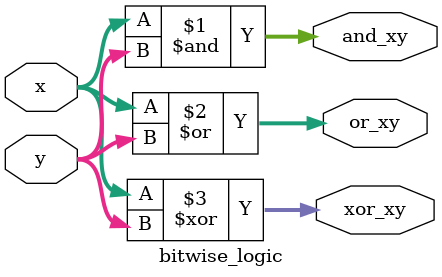
<source format=sv>


module bitwise_logic (
    input  wire [7:0] x,
    input  wire [7:0] y,
    output wire [7:0] and_xy,
    output wire [7:0] or_xy,
    output wire [7:0] xor_xy
);
    assign and_xy = x & y;
    assign or_xy  = x | y;
    assign xor_xy = x ^ y;
endmodule

</source>
